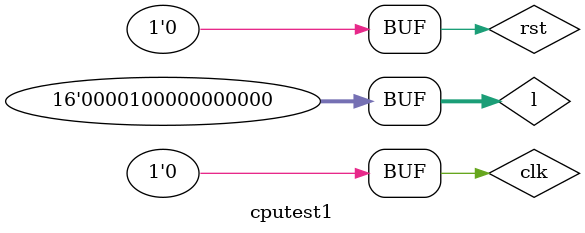
<source format=v>
`timescale 1ns / 1ps


module cputest1;

	// Inputs
	reg clk;
	reg rst;
	reg [15:0] l;

	// Outputs
	wire [15:0] light;
	wire [17:0] Ram1Addr;
	wire Ram1OE;
	wire Ram1WE;
	wire Ram1EN;

	// Bidirs
	wire [15:0] Ram1Data;

	// Instantiate the Unit Under Test (UUT)
	zzcpu uut (
		.clk(clk), 
		.rst(rst), 
		.light(light), 
		.l(l), 
		.Ram1Addr(Ram1Addr), 
		.Ram1Data(Ram1Data), 
		.Ram1OE(Ram1OE), 
		.Ram1WE(Ram1WE), 
		.Ram1EN(Ram1EN)
	);

	initial begin
		// Initialize Inputs
		clk = 0;
		rst = 0;
		l = 0;

		// Wait 100 ns for global reset to finish
		#100;
        
		// Add stimulus here
		l = 16'b0110110000000100;
		#50;
		clk = 1;
		#50;
		clk = 0;
		l = 16'b0110111100000111;
		#50;
		clk = 1;
		#50;
		clk = 0;
		l = 16'b0000100000000000;
		#50;
		clk = 1;
		#50;
		clk = 0;
		#50;
		clk = 1;
		#50;
		clk = 0;
		l = 16'b1101111110000000;
		#50;
		clk = 1;
		#50;
		clk = 0;
		l = 16'b0000100000000000;
		#50
		clk = 1;
		#50;
		clk = 0;
		#50
		clk = 1;
		#50;
		clk = 0;
		#50
		clk = 1;
		#50;
		clk = 0;

	end
      
endmodule


</source>
